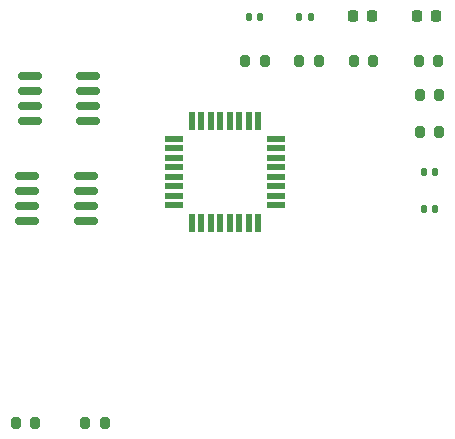
<source format=gbr>
%TF.GenerationSoftware,KiCad,Pcbnew,8.0.7*%
%TF.CreationDate,2025-03-27T15:31:39+02:00*%
%TF.ProjectId,DataLogger,44617461-4c6f-4676-9765-722e6b696361,V1.0*%
%TF.SameCoordinates,Original*%
%TF.FileFunction,Paste,Top*%
%TF.FilePolarity,Positive*%
%FSLAX46Y46*%
G04 Gerber Fmt 4.6, Leading zero omitted, Abs format (unit mm)*
G04 Created by KiCad (PCBNEW 8.0.7) date 2025-03-27 15:31:39*
%MOMM*%
%LPD*%
G01*
G04 APERTURE LIST*
G04 Aperture macros list*
%AMRoundRect*
0 Rectangle with rounded corners*
0 $1 Rounding radius*
0 $2 $3 $4 $5 $6 $7 $8 $9 X,Y pos of 4 corners*
0 Add a 4 corners polygon primitive as box body*
4,1,4,$2,$3,$4,$5,$6,$7,$8,$9,$2,$3,0*
0 Add four circle primitives for the rounded corners*
1,1,$1+$1,$2,$3*
1,1,$1+$1,$4,$5*
1,1,$1+$1,$6,$7*
1,1,$1+$1,$8,$9*
0 Add four rect primitives between the rounded corners*
20,1,$1+$1,$2,$3,$4,$5,0*
20,1,$1+$1,$4,$5,$6,$7,0*
20,1,$1+$1,$6,$7,$8,$9,0*
20,1,$1+$1,$8,$9,$2,$3,0*%
G04 Aperture macros list end*
%ADD10RoundRect,0.150000X-0.825000X-0.150000X0.825000X-0.150000X0.825000X0.150000X-0.825000X0.150000X0*%
%ADD11RoundRect,0.218750X-0.218750X-0.256250X0.218750X-0.256250X0.218750X0.256250X-0.218750X0.256250X0*%
%ADD12RoundRect,0.140000X-0.140000X-0.170000X0.140000X-0.170000X0.140000X0.170000X-0.140000X0.170000X0*%
%ADD13RoundRect,0.200000X0.200000X0.275000X-0.200000X0.275000X-0.200000X-0.275000X0.200000X-0.275000X0*%
%ADD14RoundRect,0.200000X-0.200000X-0.275000X0.200000X-0.275000X0.200000X0.275000X-0.200000X0.275000X0*%
%ADD15R,1.500000X0.550000*%
%ADD16R,0.550000X1.500000*%
G04 APERTURE END LIST*
D10*
%TO.C,U4*%
X137682200Y-104419400D03*
X137682200Y-105689400D03*
X137682200Y-106959400D03*
X137682200Y-108229400D03*
X142632200Y-108229400D03*
X142632200Y-106959400D03*
X142632200Y-105689400D03*
X142632200Y-104419400D03*
%TD*%
D11*
%TO.C,D2*%
X165277700Y-90830400D03*
X166852700Y-90830400D03*
%TD*%
D12*
%TO.C,C4*%
X160708400Y-90982800D03*
X161668400Y-90982800D03*
%TD*%
D13*
%TO.C,R1*%
X162369000Y-94691200D03*
X160719000Y-94691200D03*
%TD*%
D10*
%TO.C,U2*%
X137885400Y-95986600D03*
X137885400Y-97256600D03*
X137885400Y-98526600D03*
X137885400Y-99796600D03*
X142835400Y-99796600D03*
X142835400Y-98526600D03*
X142835400Y-97256600D03*
X142835400Y-95986600D03*
%TD*%
D14*
%TO.C,R6*%
X136690600Y-125323600D03*
X138340600Y-125323600D03*
%TD*%
%TO.C,R5*%
X142583400Y-125323600D03*
X144233400Y-125323600D03*
%TD*%
D12*
%TO.C,C1*%
X171274800Y-107238800D03*
X172234800Y-107238800D03*
%TD*%
D13*
%TO.C,R2*%
X172478200Y-94691200D03*
X170828200Y-94691200D03*
%TD*%
D12*
%TO.C,C3*%
X156441200Y-90982800D03*
X157401200Y-90982800D03*
%TD*%
D13*
%TO.C,R4*%
X172579800Y-100685600D03*
X170929800Y-100685600D03*
%TD*%
D11*
%TO.C,D1*%
X170713300Y-90830400D03*
X172288300Y-90830400D03*
%TD*%
D14*
%TO.C,R8*%
X165341800Y-94691200D03*
X166991800Y-94691200D03*
%TD*%
D12*
%TO.C,C2*%
X171274800Y-104038400D03*
X172234800Y-104038400D03*
%TD*%
D14*
%TO.C,R3*%
X156147000Y-94691200D03*
X157797000Y-94691200D03*
%TD*%
D13*
%TO.C,R7*%
X172579800Y-97586800D03*
X170929800Y-97586800D03*
%TD*%
D15*
%TO.C,U1*%
X150132000Y-101289200D03*
X150132000Y-102089200D03*
X150132000Y-102889200D03*
X150132000Y-103689200D03*
X150132000Y-104489200D03*
X150132000Y-105289200D03*
X150132000Y-106089200D03*
X150132000Y-106889200D03*
D16*
X151632000Y-108389200D03*
X152432000Y-108389200D03*
X153232000Y-108389200D03*
X154032000Y-108389200D03*
X154832000Y-108389200D03*
X155632000Y-108389200D03*
X156432000Y-108389200D03*
X157232000Y-108389200D03*
D15*
X158732000Y-106889200D03*
X158732000Y-106089200D03*
X158732000Y-105289200D03*
X158732000Y-104489200D03*
X158732000Y-103689200D03*
X158732000Y-102889200D03*
X158732000Y-102089200D03*
X158732000Y-101289200D03*
D16*
X157232000Y-99789200D03*
X156432000Y-99789200D03*
X155632000Y-99789200D03*
X154832000Y-99789200D03*
X154032000Y-99789200D03*
X153232000Y-99789200D03*
X152432000Y-99789200D03*
X151632000Y-99789200D03*
%TD*%
M02*

</source>
